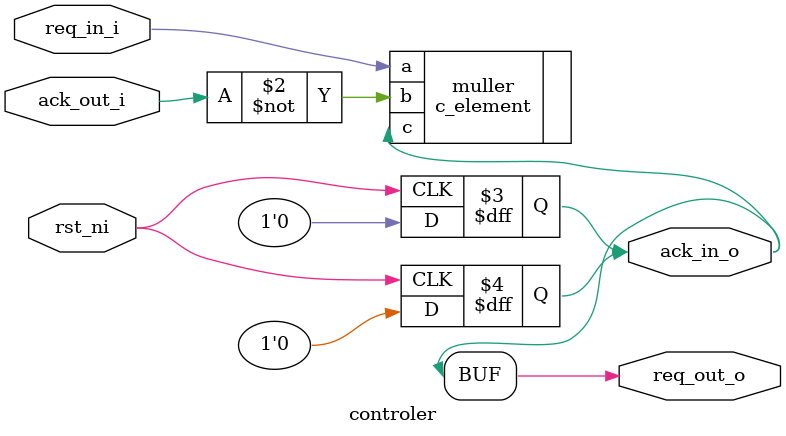
<source format=sv>
module controler #(
	parameter DELAY = 5
) (
	input  logic rst_ni, 

	input  logic req_in_i,
	input  logic ack_out_i,

	output logic req_out_o,
	output logic ack_in_o	
);

	//parameter DELAY = 5;

	always_ff @(negedge(rst_ni)) begin
		req_out_o <= 1'b0;
		ack_in_o  <= 1'b0;
	end

	c_element muller(
	 .a(req_in_i),
	 .b(~ack_out_i),
	 .c(ack_in_o)
	);

	assign #DELAY req_out_o =  ack_in_o;

endmodule

</source>
